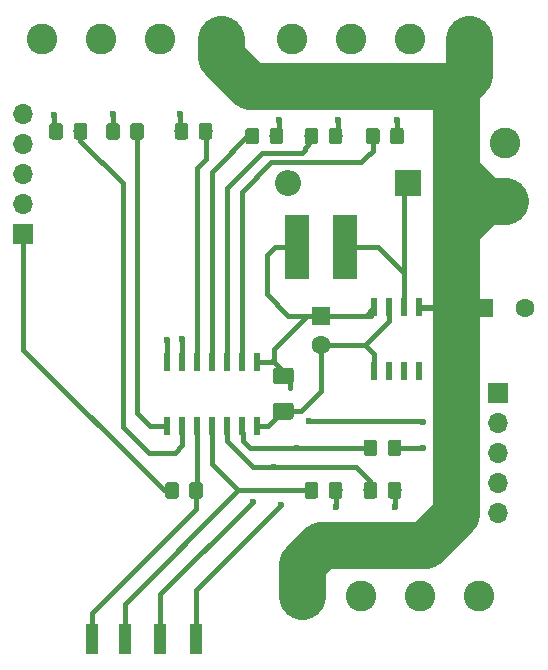
<source format=gbr>
G04 #@! TF.GenerationSoftware,KiCad,Pcbnew,5.0.1*
G04 #@! TF.CreationDate,2019-01-05T16:33:48+01:00*
G04 #@! TF.ProjectId,sensor_board-led,73656E736F725F626F6172642D6C6564,V1.2*
G04 #@! TF.SameCoordinates,Original*
G04 #@! TF.FileFunction,Copper,L1,Top,Signal*
G04 #@! TF.FilePolarity,Positive*
%FSLAX46Y46*%
G04 Gerber Fmt 4.6, Leading zero omitted, Abs format (unit mm)*
G04 Created by KiCad (PCBNEW 5.0.1) date Sat 05 Jan 2019 04:33:48 PM CET*
%MOMM*%
%LPD*%
G01*
G04 APERTURE LIST*
G04 #@! TA.AperFunction,ComponentPad*
%ADD10C,1.600000*%
G04 #@! TD*
G04 #@! TA.AperFunction,ComponentPad*
%ADD11R,1.600000X1.600000*%
G04 #@! TD*
G04 #@! TA.AperFunction,SMDPad,CuDef*
%ADD12R,1.000000X2.510000*%
G04 #@! TD*
G04 #@! TA.AperFunction,SMDPad,CuDef*
%ADD13R,0.600000X1.550000*%
G04 #@! TD*
G04 #@! TA.AperFunction,ComponentPad*
%ADD14O,1.700000X1.700000*%
G04 #@! TD*
G04 #@! TA.AperFunction,ComponentPad*
%ADD15R,1.700000X1.700000*%
G04 #@! TD*
G04 #@! TA.AperFunction,Conductor*
%ADD16C,0.100000*%
G04 #@! TD*
G04 #@! TA.AperFunction,SMDPad,CuDef*
%ADD17C,1.425000*%
G04 #@! TD*
G04 #@! TA.AperFunction,ComponentPad*
%ADD18C,2.600000*%
G04 #@! TD*
G04 #@! TA.AperFunction,ComponentPad*
%ADD19R,2.600000X2.600000*%
G04 #@! TD*
G04 #@! TA.AperFunction,SMDPad,CuDef*
%ADD20R,0.600000X1.500000*%
G04 #@! TD*
G04 #@! TA.AperFunction,SMDPad,CuDef*
%ADD21C,1.150000*%
G04 #@! TD*
G04 #@! TA.AperFunction,SMDPad,CuDef*
%ADD22R,2.150000X5.500000*%
G04 #@! TD*
G04 #@! TA.AperFunction,ComponentPad*
%ADD23R,2.200000X2.200000*%
G04 #@! TD*
G04 #@! TA.AperFunction,ComponentPad*
%ADD24O,2.200000X2.200000*%
G04 #@! TD*
G04 #@! TA.AperFunction,ViaPad*
%ADD25C,0.600000*%
G04 #@! TD*
G04 #@! TA.AperFunction,Conductor*
%ADD26C,0.400000*%
G04 #@! TD*
G04 #@! TA.AperFunction,Conductor*
%ADD27C,3.000000*%
G04 #@! TD*
G04 #@! TA.AperFunction,Conductor*
%ADD28C,4.000000*%
G04 #@! TD*
G04 APERTURE END LIST*
D10*
G04 #@! TO.P,C1,2*
G04 #@! TO.N,GND*
X73783000Y-49631600D03*
D11*
G04 #@! TO.P,C1,1*
G04 #@! TO.N,+12V*
X70283000Y-49631600D03*
G04 #@! TD*
D12*
G04 #@! TO.P,J2,1*
G04 #@! TO.N,Net-(J2-Pad1)*
X37083000Y-77631600D03*
G04 #@! TO.P,J2,3*
G04 #@! TO.N,Net-(J2-Pad3)*
X42883000Y-77631600D03*
G04 #@! TO.P,J2,2*
G04 #@! TO.N,Net-(J2-Pad2)*
X39883000Y-77631600D03*
G04 #@! TO.P,J2,4*
G04 #@! TO.N,Net-(J2-Pad4)*
X45883000Y-77631600D03*
G04 #@! TD*
D13*
G04 #@! TO.P,U2,1*
G04 #@! TO.N,+12V*
X64788000Y-49531600D03*
G04 #@! TO.P,U2,2*
G04 #@! TO.N,Net-(D1-Pad1)*
X63518000Y-49531600D03*
G04 #@! TO.P,U2,3*
G04 #@! TO.N,GND*
X62248000Y-49531600D03*
G04 #@! TO.P,U2,4*
G04 #@! TO.N,+3V3*
X60978000Y-49531600D03*
G04 #@! TO.P,U2,5*
G04 #@! TO.N,GND*
X60978000Y-54931600D03*
G04 #@! TO.P,U2,6*
G04 #@! TO.N,N/C*
X62248000Y-54931600D03*
G04 #@! TO.P,U2,7*
X63518000Y-54931600D03*
G04 #@! TO.P,U2,8*
X64788000Y-54931600D03*
G04 #@! TD*
D11*
G04 #@! TO.P,C2,1*
G04 #@! TO.N,+3V3*
X56483000Y-50231600D03*
D10*
G04 #@! TO.P,C2,2*
G04 #@! TO.N,GND*
X56483000Y-52731600D03*
G04 #@! TD*
D14*
G04 #@! TO.P,J3,5*
G04 #@! TO.N,TxD*
X31254700Y-33197800D03*
G04 #@! TO.P,J3,4*
G04 #@! TO.N,RxD*
X31254700Y-35737800D03*
G04 #@! TO.P,J3,3*
G04 #@! TO.N,GND*
X31254700Y-38277800D03*
G04 #@! TO.P,J3,2*
G04 #@! TO.N,N/C*
X31254700Y-40817800D03*
D15*
G04 #@! TO.P,J3,1*
G04 #@! TO.N,+3V3*
X31254700Y-43357800D03*
G04 #@! TD*
G04 #@! TO.P,J4,1*
G04 #@! TO.N,+3V3*
X71437500Y-56769000D03*
D14*
G04 #@! TO.P,J4,2*
G04 #@! TO.N,N/C*
X71437500Y-59309000D03*
G04 #@! TO.P,J4,3*
G04 #@! TO.N,GND*
X71437500Y-61849000D03*
G04 #@! TO.P,J4,4*
G04 #@! TO.N,N/C*
X71437500Y-64389000D03*
G04 #@! TO.P,J4,5*
X71437500Y-66929000D03*
G04 #@! TD*
D16*
G04 #@! TO.N,GND*
G04 #@! TO.C,C7*
G36*
X53932504Y-57607804D02*
X53956773Y-57611404D01*
X53980571Y-57617365D01*
X54003671Y-57625630D01*
X54025849Y-57636120D01*
X54046893Y-57648733D01*
X54066598Y-57663347D01*
X54084777Y-57679823D01*
X54101253Y-57698002D01*
X54115867Y-57717707D01*
X54128480Y-57738751D01*
X54138970Y-57760929D01*
X54147235Y-57784029D01*
X54153196Y-57807827D01*
X54156796Y-57832096D01*
X54158000Y-57856600D01*
X54158000Y-58781600D01*
X54156796Y-58806104D01*
X54153196Y-58830373D01*
X54147235Y-58854171D01*
X54138970Y-58877271D01*
X54128480Y-58899449D01*
X54115867Y-58920493D01*
X54101253Y-58940198D01*
X54084777Y-58958377D01*
X54066598Y-58974853D01*
X54046893Y-58989467D01*
X54025849Y-59002080D01*
X54003671Y-59012570D01*
X53980571Y-59020835D01*
X53956773Y-59026796D01*
X53932504Y-59030396D01*
X53908000Y-59031600D01*
X52658000Y-59031600D01*
X52633496Y-59030396D01*
X52609227Y-59026796D01*
X52585429Y-59020835D01*
X52562329Y-59012570D01*
X52540151Y-59002080D01*
X52519107Y-58989467D01*
X52499402Y-58974853D01*
X52481223Y-58958377D01*
X52464747Y-58940198D01*
X52450133Y-58920493D01*
X52437520Y-58899449D01*
X52427030Y-58877271D01*
X52418765Y-58854171D01*
X52412804Y-58830373D01*
X52409204Y-58806104D01*
X52408000Y-58781600D01*
X52408000Y-57856600D01*
X52409204Y-57832096D01*
X52412804Y-57807827D01*
X52418765Y-57784029D01*
X52427030Y-57760929D01*
X52437520Y-57738751D01*
X52450133Y-57717707D01*
X52464747Y-57698002D01*
X52481223Y-57679823D01*
X52499402Y-57663347D01*
X52519107Y-57648733D01*
X52540151Y-57636120D01*
X52562329Y-57625630D01*
X52585429Y-57617365D01*
X52609227Y-57611404D01*
X52633496Y-57607804D01*
X52658000Y-57606600D01*
X53908000Y-57606600D01*
X53932504Y-57607804D01*
X53932504Y-57607804D01*
G37*
D17*
G04 #@! TD*
G04 #@! TO.P,C7,1*
G04 #@! TO.N,GND*
X53283000Y-58319100D03*
D16*
G04 #@! TO.N,+3V3*
G04 #@! TO.C,C7*
G36*
X53932504Y-54632804D02*
X53956773Y-54636404D01*
X53980571Y-54642365D01*
X54003671Y-54650630D01*
X54025849Y-54661120D01*
X54046893Y-54673733D01*
X54066598Y-54688347D01*
X54084777Y-54704823D01*
X54101253Y-54723002D01*
X54115867Y-54742707D01*
X54128480Y-54763751D01*
X54138970Y-54785929D01*
X54147235Y-54809029D01*
X54153196Y-54832827D01*
X54156796Y-54857096D01*
X54158000Y-54881600D01*
X54158000Y-55806600D01*
X54156796Y-55831104D01*
X54153196Y-55855373D01*
X54147235Y-55879171D01*
X54138970Y-55902271D01*
X54128480Y-55924449D01*
X54115867Y-55945493D01*
X54101253Y-55965198D01*
X54084777Y-55983377D01*
X54066598Y-55999853D01*
X54046893Y-56014467D01*
X54025849Y-56027080D01*
X54003671Y-56037570D01*
X53980571Y-56045835D01*
X53956773Y-56051796D01*
X53932504Y-56055396D01*
X53908000Y-56056600D01*
X52658000Y-56056600D01*
X52633496Y-56055396D01*
X52609227Y-56051796D01*
X52585429Y-56045835D01*
X52562329Y-56037570D01*
X52540151Y-56027080D01*
X52519107Y-56014467D01*
X52499402Y-55999853D01*
X52481223Y-55983377D01*
X52464747Y-55965198D01*
X52450133Y-55945493D01*
X52437520Y-55924449D01*
X52427030Y-55902271D01*
X52418765Y-55879171D01*
X52412804Y-55855373D01*
X52409204Y-55831104D01*
X52408000Y-55806600D01*
X52408000Y-54881600D01*
X52409204Y-54857096D01*
X52412804Y-54832827D01*
X52418765Y-54809029D01*
X52427030Y-54785929D01*
X52437520Y-54763751D01*
X52450133Y-54742707D01*
X52464747Y-54723002D01*
X52481223Y-54704823D01*
X52499402Y-54688347D01*
X52519107Y-54673733D01*
X52540151Y-54661120D01*
X52562329Y-54650630D01*
X52585429Y-54642365D01*
X52609227Y-54636404D01*
X52633496Y-54632804D01*
X52658000Y-54631600D01*
X53908000Y-54631600D01*
X53932504Y-54632804D01*
X53932504Y-54632804D01*
G37*
D17*
G04 #@! TD*
G04 #@! TO.P,C7,2*
G04 #@! TO.N,+3V3*
X53283000Y-55344100D03*
D18*
G04 #@! TO.P,J1,2*
G04 #@! TO.N,GND*
X72083000Y-35631600D03*
D19*
G04 #@! TO.P,J1,1*
G04 #@! TO.N,+12V*
X72083000Y-40631600D03*
G04 #@! TD*
G04 #@! TO.P,J5,1*
G04 #@! TO.N,+12V*
X54880900Y-73931600D03*
D18*
G04 #@! TO.P,J5,2*
G04 #@! TO.N,Net-(J5-Pad2)*
X59880900Y-73931600D03*
G04 #@! TO.P,J5,3*
G04 #@! TO.N,Net-(J5-Pad3)*
X64880900Y-73931600D03*
G04 #@! TO.P,J5,4*
G04 #@! TO.N,Net-(J5-Pad4)*
X69880900Y-73931600D03*
G04 #@! TD*
G04 #@! TO.P,J6,4*
G04 #@! TO.N,Net-(J6-Pad4)*
X53983000Y-26831600D03*
G04 #@! TO.P,J6,3*
G04 #@! TO.N,Net-(J6-Pad3)*
X58983000Y-26831600D03*
G04 #@! TO.P,J6,2*
G04 #@! TO.N,Net-(J6-Pad2)*
X63983000Y-26831600D03*
D19*
G04 #@! TO.P,J6,1*
G04 #@! TO.N,+12V*
X68983000Y-26831600D03*
G04 #@! TD*
G04 #@! TO.P,J9,1*
G04 #@! TO.N,+12V*
X47883000Y-26831600D03*
D18*
G04 #@! TO.P,J9,2*
G04 #@! TO.N,Net-(J9-Pad2)*
X42883000Y-26831600D03*
G04 #@! TO.P,J9,3*
G04 #@! TO.N,Net-(J9-Pad3)*
X37883000Y-26831600D03*
G04 #@! TO.P,J9,4*
G04 #@! TO.N,Net-(J9-Pad4)*
X32883000Y-26831600D03*
G04 #@! TD*
D20*
G04 #@! TO.P,U1,1*
G04 #@! TO.N,+3V3*
X51043000Y-54181600D03*
G04 #@! TO.P,U1,2*
G04 #@! TO.N,Net-(R10-Pad1)*
X49773000Y-54181600D03*
G04 #@! TO.P,U1,3*
G04 #@! TO.N,Net-(R9-Pad1)*
X48503000Y-54181600D03*
G04 #@! TO.P,U1,4*
G04 #@! TO.N,Net-(R8-Pad1)*
X47233000Y-54181600D03*
G04 #@! TO.P,U1,5*
G04 #@! TO.N,Net-(R7-Pad1)*
X45963000Y-54181600D03*
G04 #@! TO.P,U1,6*
G04 #@! TO.N,TxD*
X44693000Y-54181600D03*
G04 #@! TO.P,U1,7*
G04 #@! TO.N,RxD*
X43423000Y-54181600D03*
G04 #@! TO.P,U1,8*
G04 #@! TO.N,Net-(R6-Pad1)*
X43423000Y-59581600D03*
G04 #@! TO.P,U1,9*
G04 #@! TO.N,Net-(R5-Pad1)*
X44693000Y-59581600D03*
G04 #@! TO.P,U1,10*
G04 #@! TO.N,Net-(J2-Pad1)*
X45963000Y-59581600D03*
G04 #@! TO.P,U1,11*
G04 #@! TO.N,Net-(J2-Pad2)*
X47233000Y-59581600D03*
G04 #@! TO.P,U1,12*
G04 #@! TO.N,Net-(J2-Pad3)*
X48503000Y-59581600D03*
G04 #@! TO.P,U1,13*
G04 #@! TO.N,Net-(J2-Pad4)*
X49773000Y-59581600D03*
G04 #@! TO.P,U1,14*
G04 #@! TO.N,GND*
X51043000Y-59581600D03*
G04 #@! TD*
D16*
G04 #@! TO.N,Net-(J2-Pad1)*
G04 #@! TO.C,R1*
G36*
X46257505Y-64332804D02*
X46281773Y-64336404D01*
X46305572Y-64342365D01*
X46328671Y-64350630D01*
X46350850Y-64361120D01*
X46371893Y-64373732D01*
X46391599Y-64388347D01*
X46409777Y-64404823D01*
X46426253Y-64423001D01*
X46440868Y-64442707D01*
X46453480Y-64463750D01*
X46463970Y-64485929D01*
X46472235Y-64509028D01*
X46478196Y-64532827D01*
X46481796Y-64557095D01*
X46483000Y-64581599D01*
X46483000Y-65481601D01*
X46481796Y-65506105D01*
X46478196Y-65530373D01*
X46472235Y-65554172D01*
X46463970Y-65577271D01*
X46453480Y-65599450D01*
X46440868Y-65620493D01*
X46426253Y-65640199D01*
X46409777Y-65658377D01*
X46391599Y-65674853D01*
X46371893Y-65689468D01*
X46350850Y-65702080D01*
X46328671Y-65712570D01*
X46305572Y-65720835D01*
X46281773Y-65726796D01*
X46257505Y-65730396D01*
X46233001Y-65731600D01*
X45582999Y-65731600D01*
X45558495Y-65730396D01*
X45534227Y-65726796D01*
X45510428Y-65720835D01*
X45487329Y-65712570D01*
X45465150Y-65702080D01*
X45444107Y-65689468D01*
X45424401Y-65674853D01*
X45406223Y-65658377D01*
X45389747Y-65640199D01*
X45375132Y-65620493D01*
X45362520Y-65599450D01*
X45352030Y-65577271D01*
X45343765Y-65554172D01*
X45337804Y-65530373D01*
X45334204Y-65506105D01*
X45333000Y-65481601D01*
X45333000Y-64581599D01*
X45334204Y-64557095D01*
X45337804Y-64532827D01*
X45343765Y-64509028D01*
X45352030Y-64485929D01*
X45362520Y-64463750D01*
X45375132Y-64442707D01*
X45389747Y-64423001D01*
X45406223Y-64404823D01*
X45424401Y-64388347D01*
X45444107Y-64373732D01*
X45465150Y-64361120D01*
X45487329Y-64350630D01*
X45510428Y-64342365D01*
X45534227Y-64336404D01*
X45558495Y-64332804D01*
X45582999Y-64331600D01*
X46233001Y-64331600D01*
X46257505Y-64332804D01*
X46257505Y-64332804D01*
G37*
D21*
G04 #@! TD*
G04 #@! TO.P,R1,1*
G04 #@! TO.N,Net-(J2-Pad1)*
X45908000Y-65031600D03*
D16*
G04 #@! TO.N,+3V3*
G04 #@! TO.C,R1*
G36*
X44207505Y-64332804D02*
X44231773Y-64336404D01*
X44255572Y-64342365D01*
X44278671Y-64350630D01*
X44300850Y-64361120D01*
X44321893Y-64373732D01*
X44341599Y-64388347D01*
X44359777Y-64404823D01*
X44376253Y-64423001D01*
X44390868Y-64442707D01*
X44403480Y-64463750D01*
X44413970Y-64485929D01*
X44422235Y-64509028D01*
X44428196Y-64532827D01*
X44431796Y-64557095D01*
X44433000Y-64581599D01*
X44433000Y-65481601D01*
X44431796Y-65506105D01*
X44428196Y-65530373D01*
X44422235Y-65554172D01*
X44413970Y-65577271D01*
X44403480Y-65599450D01*
X44390868Y-65620493D01*
X44376253Y-65640199D01*
X44359777Y-65658377D01*
X44341599Y-65674853D01*
X44321893Y-65689468D01*
X44300850Y-65702080D01*
X44278671Y-65712570D01*
X44255572Y-65720835D01*
X44231773Y-65726796D01*
X44207505Y-65730396D01*
X44183001Y-65731600D01*
X43532999Y-65731600D01*
X43508495Y-65730396D01*
X43484227Y-65726796D01*
X43460428Y-65720835D01*
X43437329Y-65712570D01*
X43415150Y-65702080D01*
X43394107Y-65689468D01*
X43374401Y-65674853D01*
X43356223Y-65658377D01*
X43339747Y-65640199D01*
X43325132Y-65620493D01*
X43312520Y-65599450D01*
X43302030Y-65577271D01*
X43293765Y-65554172D01*
X43287804Y-65530373D01*
X43284204Y-65506105D01*
X43283000Y-65481601D01*
X43283000Y-64581599D01*
X43284204Y-64557095D01*
X43287804Y-64532827D01*
X43293765Y-64509028D01*
X43302030Y-64485929D01*
X43312520Y-64463750D01*
X43325132Y-64442707D01*
X43339747Y-64423001D01*
X43356223Y-64404823D01*
X43374401Y-64388347D01*
X43394107Y-64373732D01*
X43415150Y-64361120D01*
X43437329Y-64350630D01*
X43460428Y-64342365D01*
X43484227Y-64336404D01*
X43508495Y-64332804D01*
X43532999Y-64331600D01*
X44183001Y-64331600D01*
X44207505Y-64332804D01*
X44207505Y-64332804D01*
G37*
D21*
G04 #@! TD*
G04 #@! TO.P,R1,2*
G04 #@! TO.N,+3V3*
X43858000Y-65031600D03*
D22*
G04 #@! TO.P,L1,1*
G04 #@! TO.N,+3V3*
X54483000Y-44431600D03*
G04 #@! TO.P,L1,2*
G04 #@! TO.N,Net-(D1-Pad1)*
X58483000Y-44431600D03*
G04 #@! TD*
D23*
G04 #@! TO.P,D1,1*
G04 #@! TO.N,Net-(D1-Pad1)*
X63883000Y-39031600D03*
D24*
G04 #@! TO.P,D1,2*
G04 #@! TO.N,GND*
X53723000Y-39031600D03*
G04 #@! TD*
D16*
G04 #@! TO.N,Net-(Q3-Pad2)*
G04 #@! TO.C,R2*
G36*
X63057505Y-60732804D02*
X63081773Y-60736404D01*
X63105572Y-60742365D01*
X63128671Y-60750630D01*
X63150850Y-60761120D01*
X63171893Y-60773732D01*
X63191599Y-60788347D01*
X63209777Y-60804823D01*
X63226253Y-60823001D01*
X63240868Y-60842707D01*
X63253480Y-60863750D01*
X63263970Y-60885929D01*
X63272235Y-60909028D01*
X63278196Y-60932827D01*
X63281796Y-60957095D01*
X63283000Y-60981599D01*
X63283000Y-61881601D01*
X63281796Y-61906105D01*
X63278196Y-61930373D01*
X63272235Y-61954172D01*
X63263970Y-61977271D01*
X63253480Y-61999450D01*
X63240868Y-62020493D01*
X63226253Y-62040199D01*
X63209777Y-62058377D01*
X63191599Y-62074853D01*
X63171893Y-62089468D01*
X63150850Y-62102080D01*
X63128671Y-62112570D01*
X63105572Y-62120835D01*
X63081773Y-62126796D01*
X63057505Y-62130396D01*
X63033001Y-62131600D01*
X62382999Y-62131600D01*
X62358495Y-62130396D01*
X62334227Y-62126796D01*
X62310428Y-62120835D01*
X62287329Y-62112570D01*
X62265150Y-62102080D01*
X62244107Y-62089468D01*
X62224401Y-62074853D01*
X62206223Y-62058377D01*
X62189747Y-62040199D01*
X62175132Y-62020493D01*
X62162520Y-61999450D01*
X62152030Y-61977271D01*
X62143765Y-61954172D01*
X62137804Y-61930373D01*
X62134204Y-61906105D01*
X62133000Y-61881601D01*
X62133000Y-60981599D01*
X62134204Y-60957095D01*
X62137804Y-60932827D01*
X62143765Y-60909028D01*
X62152030Y-60885929D01*
X62162520Y-60863750D01*
X62175132Y-60842707D01*
X62189747Y-60823001D01*
X62206223Y-60804823D01*
X62224401Y-60788347D01*
X62244107Y-60773732D01*
X62265150Y-60761120D01*
X62287329Y-60750630D01*
X62310428Y-60742365D01*
X62334227Y-60736404D01*
X62358495Y-60732804D01*
X62382999Y-60731600D01*
X63033001Y-60731600D01*
X63057505Y-60732804D01*
X63057505Y-60732804D01*
G37*
D21*
G04 #@! TD*
G04 #@! TO.P,R2,2*
G04 #@! TO.N,Net-(Q3-Pad2)*
X62708000Y-61431600D03*
D16*
G04 #@! TO.N,Net-(J2-Pad4)*
G04 #@! TO.C,R2*
G36*
X61007505Y-60732804D02*
X61031773Y-60736404D01*
X61055572Y-60742365D01*
X61078671Y-60750630D01*
X61100850Y-60761120D01*
X61121893Y-60773732D01*
X61141599Y-60788347D01*
X61159777Y-60804823D01*
X61176253Y-60823001D01*
X61190868Y-60842707D01*
X61203480Y-60863750D01*
X61213970Y-60885929D01*
X61222235Y-60909028D01*
X61228196Y-60932827D01*
X61231796Y-60957095D01*
X61233000Y-60981599D01*
X61233000Y-61881601D01*
X61231796Y-61906105D01*
X61228196Y-61930373D01*
X61222235Y-61954172D01*
X61213970Y-61977271D01*
X61203480Y-61999450D01*
X61190868Y-62020493D01*
X61176253Y-62040199D01*
X61159777Y-62058377D01*
X61141599Y-62074853D01*
X61121893Y-62089468D01*
X61100850Y-62102080D01*
X61078671Y-62112570D01*
X61055572Y-62120835D01*
X61031773Y-62126796D01*
X61007505Y-62130396D01*
X60983001Y-62131600D01*
X60332999Y-62131600D01*
X60308495Y-62130396D01*
X60284227Y-62126796D01*
X60260428Y-62120835D01*
X60237329Y-62112570D01*
X60215150Y-62102080D01*
X60194107Y-62089468D01*
X60174401Y-62074853D01*
X60156223Y-62058377D01*
X60139747Y-62040199D01*
X60125132Y-62020493D01*
X60112520Y-61999450D01*
X60102030Y-61977271D01*
X60093765Y-61954172D01*
X60087804Y-61930373D01*
X60084204Y-61906105D01*
X60083000Y-61881601D01*
X60083000Y-60981599D01*
X60084204Y-60957095D01*
X60087804Y-60932827D01*
X60093765Y-60909028D01*
X60102030Y-60885929D01*
X60112520Y-60863750D01*
X60125132Y-60842707D01*
X60139747Y-60823001D01*
X60156223Y-60804823D01*
X60174401Y-60788347D01*
X60194107Y-60773732D01*
X60215150Y-60761120D01*
X60237329Y-60750630D01*
X60260428Y-60742365D01*
X60284227Y-60736404D01*
X60308495Y-60732804D01*
X60332999Y-60731600D01*
X60983001Y-60731600D01*
X61007505Y-60732804D01*
X61007505Y-60732804D01*
G37*
D21*
G04 #@! TD*
G04 #@! TO.P,R2,1*
G04 #@! TO.N,Net-(J2-Pad4)*
X60658000Y-61431600D03*
D16*
G04 #@! TO.N,Net-(J2-Pad3)*
G04 #@! TO.C,R3*
G36*
X61007505Y-64332804D02*
X61031773Y-64336404D01*
X61055572Y-64342365D01*
X61078671Y-64350630D01*
X61100850Y-64361120D01*
X61121893Y-64373732D01*
X61141599Y-64388347D01*
X61159777Y-64404823D01*
X61176253Y-64423001D01*
X61190868Y-64442707D01*
X61203480Y-64463750D01*
X61213970Y-64485929D01*
X61222235Y-64509028D01*
X61228196Y-64532827D01*
X61231796Y-64557095D01*
X61233000Y-64581599D01*
X61233000Y-65481601D01*
X61231796Y-65506105D01*
X61228196Y-65530373D01*
X61222235Y-65554172D01*
X61213970Y-65577271D01*
X61203480Y-65599450D01*
X61190868Y-65620493D01*
X61176253Y-65640199D01*
X61159777Y-65658377D01*
X61141599Y-65674853D01*
X61121893Y-65689468D01*
X61100850Y-65702080D01*
X61078671Y-65712570D01*
X61055572Y-65720835D01*
X61031773Y-65726796D01*
X61007505Y-65730396D01*
X60983001Y-65731600D01*
X60332999Y-65731600D01*
X60308495Y-65730396D01*
X60284227Y-65726796D01*
X60260428Y-65720835D01*
X60237329Y-65712570D01*
X60215150Y-65702080D01*
X60194107Y-65689468D01*
X60174401Y-65674853D01*
X60156223Y-65658377D01*
X60139747Y-65640199D01*
X60125132Y-65620493D01*
X60112520Y-65599450D01*
X60102030Y-65577271D01*
X60093765Y-65554172D01*
X60087804Y-65530373D01*
X60084204Y-65506105D01*
X60083000Y-65481601D01*
X60083000Y-64581599D01*
X60084204Y-64557095D01*
X60087804Y-64532827D01*
X60093765Y-64509028D01*
X60102030Y-64485929D01*
X60112520Y-64463750D01*
X60125132Y-64442707D01*
X60139747Y-64423001D01*
X60156223Y-64404823D01*
X60174401Y-64388347D01*
X60194107Y-64373732D01*
X60215150Y-64361120D01*
X60237329Y-64350630D01*
X60260428Y-64342365D01*
X60284227Y-64336404D01*
X60308495Y-64332804D01*
X60332999Y-64331600D01*
X60983001Y-64331600D01*
X61007505Y-64332804D01*
X61007505Y-64332804D01*
G37*
D21*
G04 #@! TD*
G04 #@! TO.P,R3,1*
G04 #@! TO.N,Net-(J2-Pad3)*
X60658000Y-65031600D03*
D16*
G04 #@! TO.N,Net-(Q2-Pad2)*
G04 #@! TO.C,R3*
G36*
X63057505Y-64332804D02*
X63081773Y-64336404D01*
X63105572Y-64342365D01*
X63128671Y-64350630D01*
X63150850Y-64361120D01*
X63171893Y-64373732D01*
X63191599Y-64388347D01*
X63209777Y-64404823D01*
X63226253Y-64423001D01*
X63240868Y-64442707D01*
X63253480Y-64463750D01*
X63263970Y-64485929D01*
X63272235Y-64509028D01*
X63278196Y-64532827D01*
X63281796Y-64557095D01*
X63283000Y-64581599D01*
X63283000Y-65481601D01*
X63281796Y-65506105D01*
X63278196Y-65530373D01*
X63272235Y-65554172D01*
X63263970Y-65577271D01*
X63253480Y-65599450D01*
X63240868Y-65620493D01*
X63226253Y-65640199D01*
X63209777Y-65658377D01*
X63191599Y-65674853D01*
X63171893Y-65689468D01*
X63150850Y-65702080D01*
X63128671Y-65712570D01*
X63105572Y-65720835D01*
X63081773Y-65726796D01*
X63057505Y-65730396D01*
X63033001Y-65731600D01*
X62382999Y-65731600D01*
X62358495Y-65730396D01*
X62334227Y-65726796D01*
X62310428Y-65720835D01*
X62287329Y-65712570D01*
X62265150Y-65702080D01*
X62244107Y-65689468D01*
X62224401Y-65674853D01*
X62206223Y-65658377D01*
X62189747Y-65640199D01*
X62175132Y-65620493D01*
X62162520Y-65599450D01*
X62152030Y-65577271D01*
X62143765Y-65554172D01*
X62137804Y-65530373D01*
X62134204Y-65506105D01*
X62133000Y-65481601D01*
X62133000Y-64581599D01*
X62134204Y-64557095D01*
X62137804Y-64532827D01*
X62143765Y-64509028D01*
X62152030Y-64485929D01*
X62162520Y-64463750D01*
X62175132Y-64442707D01*
X62189747Y-64423001D01*
X62206223Y-64404823D01*
X62224401Y-64388347D01*
X62244107Y-64373732D01*
X62265150Y-64361120D01*
X62287329Y-64350630D01*
X62310428Y-64342365D01*
X62334227Y-64336404D01*
X62358495Y-64332804D01*
X62382999Y-64331600D01*
X63033001Y-64331600D01*
X63057505Y-64332804D01*
X63057505Y-64332804D01*
G37*
D21*
G04 #@! TD*
G04 #@! TO.P,R3,2*
G04 #@! TO.N,Net-(Q2-Pad2)*
X62708000Y-65031600D03*
D16*
G04 #@! TO.N,Net-(Q1-Pad2)*
G04 #@! TO.C,R4*
G36*
X58057505Y-64332804D02*
X58081773Y-64336404D01*
X58105572Y-64342365D01*
X58128671Y-64350630D01*
X58150850Y-64361120D01*
X58171893Y-64373732D01*
X58191599Y-64388347D01*
X58209777Y-64404823D01*
X58226253Y-64423001D01*
X58240868Y-64442707D01*
X58253480Y-64463750D01*
X58263970Y-64485929D01*
X58272235Y-64509028D01*
X58278196Y-64532827D01*
X58281796Y-64557095D01*
X58283000Y-64581599D01*
X58283000Y-65481601D01*
X58281796Y-65506105D01*
X58278196Y-65530373D01*
X58272235Y-65554172D01*
X58263970Y-65577271D01*
X58253480Y-65599450D01*
X58240868Y-65620493D01*
X58226253Y-65640199D01*
X58209777Y-65658377D01*
X58191599Y-65674853D01*
X58171893Y-65689468D01*
X58150850Y-65702080D01*
X58128671Y-65712570D01*
X58105572Y-65720835D01*
X58081773Y-65726796D01*
X58057505Y-65730396D01*
X58033001Y-65731600D01*
X57382999Y-65731600D01*
X57358495Y-65730396D01*
X57334227Y-65726796D01*
X57310428Y-65720835D01*
X57287329Y-65712570D01*
X57265150Y-65702080D01*
X57244107Y-65689468D01*
X57224401Y-65674853D01*
X57206223Y-65658377D01*
X57189747Y-65640199D01*
X57175132Y-65620493D01*
X57162520Y-65599450D01*
X57152030Y-65577271D01*
X57143765Y-65554172D01*
X57137804Y-65530373D01*
X57134204Y-65506105D01*
X57133000Y-65481601D01*
X57133000Y-64581599D01*
X57134204Y-64557095D01*
X57137804Y-64532827D01*
X57143765Y-64509028D01*
X57152030Y-64485929D01*
X57162520Y-64463750D01*
X57175132Y-64442707D01*
X57189747Y-64423001D01*
X57206223Y-64404823D01*
X57224401Y-64388347D01*
X57244107Y-64373732D01*
X57265150Y-64361120D01*
X57287329Y-64350630D01*
X57310428Y-64342365D01*
X57334227Y-64336404D01*
X57358495Y-64332804D01*
X57382999Y-64331600D01*
X58033001Y-64331600D01*
X58057505Y-64332804D01*
X58057505Y-64332804D01*
G37*
D21*
G04 #@! TD*
G04 #@! TO.P,R4,2*
G04 #@! TO.N,Net-(Q1-Pad2)*
X57708000Y-65031600D03*
D16*
G04 #@! TO.N,Net-(J2-Pad2)*
G04 #@! TO.C,R4*
G36*
X56007505Y-64332804D02*
X56031773Y-64336404D01*
X56055572Y-64342365D01*
X56078671Y-64350630D01*
X56100850Y-64361120D01*
X56121893Y-64373732D01*
X56141599Y-64388347D01*
X56159777Y-64404823D01*
X56176253Y-64423001D01*
X56190868Y-64442707D01*
X56203480Y-64463750D01*
X56213970Y-64485929D01*
X56222235Y-64509028D01*
X56228196Y-64532827D01*
X56231796Y-64557095D01*
X56233000Y-64581599D01*
X56233000Y-65481601D01*
X56231796Y-65506105D01*
X56228196Y-65530373D01*
X56222235Y-65554172D01*
X56213970Y-65577271D01*
X56203480Y-65599450D01*
X56190868Y-65620493D01*
X56176253Y-65640199D01*
X56159777Y-65658377D01*
X56141599Y-65674853D01*
X56121893Y-65689468D01*
X56100850Y-65702080D01*
X56078671Y-65712570D01*
X56055572Y-65720835D01*
X56031773Y-65726796D01*
X56007505Y-65730396D01*
X55983001Y-65731600D01*
X55332999Y-65731600D01*
X55308495Y-65730396D01*
X55284227Y-65726796D01*
X55260428Y-65720835D01*
X55237329Y-65712570D01*
X55215150Y-65702080D01*
X55194107Y-65689468D01*
X55174401Y-65674853D01*
X55156223Y-65658377D01*
X55139747Y-65640199D01*
X55125132Y-65620493D01*
X55112520Y-65599450D01*
X55102030Y-65577271D01*
X55093765Y-65554172D01*
X55087804Y-65530373D01*
X55084204Y-65506105D01*
X55083000Y-65481601D01*
X55083000Y-64581599D01*
X55084204Y-64557095D01*
X55087804Y-64532827D01*
X55093765Y-64509028D01*
X55102030Y-64485929D01*
X55112520Y-64463750D01*
X55125132Y-64442707D01*
X55139747Y-64423001D01*
X55156223Y-64404823D01*
X55174401Y-64388347D01*
X55194107Y-64373732D01*
X55215150Y-64361120D01*
X55237329Y-64350630D01*
X55260428Y-64342365D01*
X55284227Y-64336404D01*
X55308495Y-64332804D01*
X55332999Y-64331600D01*
X55983001Y-64331600D01*
X56007505Y-64332804D01*
X56007505Y-64332804D01*
G37*
D21*
G04 #@! TD*
G04 #@! TO.P,R4,1*
G04 #@! TO.N,Net-(J2-Pad2)*
X55658000Y-65031600D03*
D16*
G04 #@! TO.N,Net-(R5-Pad1)*
G04 #@! TO.C,R5*
G36*
X36457505Y-33932804D02*
X36481773Y-33936404D01*
X36505572Y-33942365D01*
X36528671Y-33950630D01*
X36550850Y-33961120D01*
X36571893Y-33973732D01*
X36591599Y-33988347D01*
X36609777Y-34004823D01*
X36626253Y-34023001D01*
X36640868Y-34042707D01*
X36653480Y-34063750D01*
X36663970Y-34085929D01*
X36672235Y-34109028D01*
X36678196Y-34132827D01*
X36681796Y-34157095D01*
X36683000Y-34181599D01*
X36683000Y-35081601D01*
X36681796Y-35106105D01*
X36678196Y-35130373D01*
X36672235Y-35154172D01*
X36663970Y-35177271D01*
X36653480Y-35199450D01*
X36640868Y-35220493D01*
X36626253Y-35240199D01*
X36609777Y-35258377D01*
X36591599Y-35274853D01*
X36571893Y-35289468D01*
X36550850Y-35302080D01*
X36528671Y-35312570D01*
X36505572Y-35320835D01*
X36481773Y-35326796D01*
X36457505Y-35330396D01*
X36433001Y-35331600D01*
X35782999Y-35331600D01*
X35758495Y-35330396D01*
X35734227Y-35326796D01*
X35710428Y-35320835D01*
X35687329Y-35312570D01*
X35665150Y-35302080D01*
X35644107Y-35289468D01*
X35624401Y-35274853D01*
X35606223Y-35258377D01*
X35589747Y-35240199D01*
X35575132Y-35220493D01*
X35562520Y-35199450D01*
X35552030Y-35177271D01*
X35543765Y-35154172D01*
X35537804Y-35130373D01*
X35534204Y-35106105D01*
X35533000Y-35081601D01*
X35533000Y-34181599D01*
X35534204Y-34157095D01*
X35537804Y-34132827D01*
X35543765Y-34109028D01*
X35552030Y-34085929D01*
X35562520Y-34063750D01*
X35575132Y-34042707D01*
X35589747Y-34023001D01*
X35606223Y-34004823D01*
X35624401Y-33988347D01*
X35644107Y-33973732D01*
X35665150Y-33961120D01*
X35687329Y-33950630D01*
X35710428Y-33942365D01*
X35734227Y-33936404D01*
X35758495Y-33932804D01*
X35782999Y-33931600D01*
X36433001Y-33931600D01*
X36457505Y-33932804D01*
X36457505Y-33932804D01*
G37*
D21*
G04 #@! TD*
G04 #@! TO.P,R5,1*
G04 #@! TO.N,Net-(R5-Pad1)*
X36108000Y-34631600D03*
D16*
G04 #@! TO.N,Net-(Q10-Pad2)*
G04 #@! TO.C,R5*
G36*
X34407505Y-33932804D02*
X34431773Y-33936404D01*
X34455572Y-33942365D01*
X34478671Y-33950630D01*
X34500850Y-33961120D01*
X34521893Y-33973732D01*
X34541599Y-33988347D01*
X34559777Y-34004823D01*
X34576253Y-34023001D01*
X34590868Y-34042707D01*
X34603480Y-34063750D01*
X34613970Y-34085929D01*
X34622235Y-34109028D01*
X34628196Y-34132827D01*
X34631796Y-34157095D01*
X34633000Y-34181599D01*
X34633000Y-35081601D01*
X34631796Y-35106105D01*
X34628196Y-35130373D01*
X34622235Y-35154172D01*
X34613970Y-35177271D01*
X34603480Y-35199450D01*
X34590868Y-35220493D01*
X34576253Y-35240199D01*
X34559777Y-35258377D01*
X34541599Y-35274853D01*
X34521893Y-35289468D01*
X34500850Y-35302080D01*
X34478671Y-35312570D01*
X34455572Y-35320835D01*
X34431773Y-35326796D01*
X34407505Y-35330396D01*
X34383001Y-35331600D01*
X33732999Y-35331600D01*
X33708495Y-35330396D01*
X33684227Y-35326796D01*
X33660428Y-35320835D01*
X33637329Y-35312570D01*
X33615150Y-35302080D01*
X33594107Y-35289468D01*
X33574401Y-35274853D01*
X33556223Y-35258377D01*
X33539747Y-35240199D01*
X33525132Y-35220493D01*
X33512520Y-35199450D01*
X33502030Y-35177271D01*
X33493765Y-35154172D01*
X33487804Y-35130373D01*
X33484204Y-35106105D01*
X33483000Y-35081601D01*
X33483000Y-34181599D01*
X33484204Y-34157095D01*
X33487804Y-34132827D01*
X33493765Y-34109028D01*
X33502030Y-34085929D01*
X33512520Y-34063750D01*
X33525132Y-34042707D01*
X33539747Y-34023001D01*
X33556223Y-34004823D01*
X33574401Y-33988347D01*
X33594107Y-33973732D01*
X33615150Y-33961120D01*
X33637329Y-33950630D01*
X33660428Y-33942365D01*
X33684227Y-33936404D01*
X33708495Y-33932804D01*
X33732999Y-33931600D01*
X34383001Y-33931600D01*
X34407505Y-33932804D01*
X34407505Y-33932804D01*
G37*
D21*
G04 #@! TD*
G04 #@! TO.P,R5,2*
G04 #@! TO.N,Net-(Q10-Pad2)*
X34058000Y-34631600D03*
D16*
G04 #@! TO.N,Net-(Q11-Pad2)*
G04 #@! TO.C,R6*
G36*
X39207505Y-33932804D02*
X39231773Y-33936404D01*
X39255572Y-33942365D01*
X39278671Y-33950630D01*
X39300850Y-33961120D01*
X39321893Y-33973732D01*
X39341599Y-33988347D01*
X39359777Y-34004823D01*
X39376253Y-34023001D01*
X39390868Y-34042707D01*
X39403480Y-34063750D01*
X39413970Y-34085929D01*
X39422235Y-34109028D01*
X39428196Y-34132827D01*
X39431796Y-34157095D01*
X39433000Y-34181599D01*
X39433000Y-35081601D01*
X39431796Y-35106105D01*
X39428196Y-35130373D01*
X39422235Y-35154172D01*
X39413970Y-35177271D01*
X39403480Y-35199450D01*
X39390868Y-35220493D01*
X39376253Y-35240199D01*
X39359777Y-35258377D01*
X39341599Y-35274853D01*
X39321893Y-35289468D01*
X39300850Y-35302080D01*
X39278671Y-35312570D01*
X39255572Y-35320835D01*
X39231773Y-35326796D01*
X39207505Y-35330396D01*
X39183001Y-35331600D01*
X38532999Y-35331600D01*
X38508495Y-35330396D01*
X38484227Y-35326796D01*
X38460428Y-35320835D01*
X38437329Y-35312570D01*
X38415150Y-35302080D01*
X38394107Y-35289468D01*
X38374401Y-35274853D01*
X38356223Y-35258377D01*
X38339747Y-35240199D01*
X38325132Y-35220493D01*
X38312520Y-35199450D01*
X38302030Y-35177271D01*
X38293765Y-35154172D01*
X38287804Y-35130373D01*
X38284204Y-35106105D01*
X38283000Y-35081601D01*
X38283000Y-34181599D01*
X38284204Y-34157095D01*
X38287804Y-34132827D01*
X38293765Y-34109028D01*
X38302030Y-34085929D01*
X38312520Y-34063750D01*
X38325132Y-34042707D01*
X38339747Y-34023001D01*
X38356223Y-34004823D01*
X38374401Y-33988347D01*
X38394107Y-33973732D01*
X38415150Y-33961120D01*
X38437329Y-33950630D01*
X38460428Y-33942365D01*
X38484227Y-33936404D01*
X38508495Y-33932804D01*
X38532999Y-33931600D01*
X39183001Y-33931600D01*
X39207505Y-33932804D01*
X39207505Y-33932804D01*
G37*
D21*
G04 #@! TD*
G04 #@! TO.P,R6,2*
G04 #@! TO.N,Net-(Q11-Pad2)*
X38858000Y-34631600D03*
D16*
G04 #@! TO.N,Net-(R6-Pad1)*
G04 #@! TO.C,R6*
G36*
X41257505Y-33932804D02*
X41281773Y-33936404D01*
X41305572Y-33942365D01*
X41328671Y-33950630D01*
X41350850Y-33961120D01*
X41371893Y-33973732D01*
X41391599Y-33988347D01*
X41409777Y-34004823D01*
X41426253Y-34023001D01*
X41440868Y-34042707D01*
X41453480Y-34063750D01*
X41463970Y-34085929D01*
X41472235Y-34109028D01*
X41478196Y-34132827D01*
X41481796Y-34157095D01*
X41483000Y-34181599D01*
X41483000Y-35081601D01*
X41481796Y-35106105D01*
X41478196Y-35130373D01*
X41472235Y-35154172D01*
X41463970Y-35177271D01*
X41453480Y-35199450D01*
X41440868Y-35220493D01*
X41426253Y-35240199D01*
X41409777Y-35258377D01*
X41391599Y-35274853D01*
X41371893Y-35289468D01*
X41350850Y-35302080D01*
X41328671Y-35312570D01*
X41305572Y-35320835D01*
X41281773Y-35326796D01*
X41257505Y-35330396D01*
X41233001Y-35331600D01*
X40582999Y-35331600D01*
X40558495Y-35330396D01*
X40534227Y-35326796D01*
X40510428Y-35320835D01*
X40487329Y-35312570D01*
X40465150Y-35302080D01*
X40444107Y-35289468D01*
X40424401Y-35274853D01*
X40406223Y-35258377D01*
X40389747Y-35240199D01*
X40375132Y-35220493D01*
X40362520Y-35199450D01*
X40352030Y-35177271D01*
X40343765Y-35154172D01*
X40337804Y-35130373D01*
X40334204Y-35106105D01*
X40333000Y-35081601D01*
X40333000Y-34181599D01*
X40334204Y-34157095D01*
X40337804Y-34132827D01*
X40343765Y-34109028D01*
X40352030Y-34085929D01*
X40362520Y-34063750D01*
X40375132Y-34042707D01*
X40389747Y-34023001D01*
X40406223Y-34004823D01*
X40424401Y-33988347D01*
X40444107Y-33973732D01*
X40465150Y-33961120D01*
X40487329Y-33950630D01*
X40510428Y-33942365D01*
X40534227Y-33936404D01*
X40558495Y-33932804D01*
X40582999Y-33931600D01*
X41233001Y-33931600D01*
X41257505Y-33932804D01*
X41257505Y-33932804D01*
G37*
D21*
G04 #@! TD*
G04 #@! TO.P,R6,1*
G04 #@! TO.N,Net-(R6-Pad1)*
X40908000Y-34631600D03*
D16*
G04 #@! TO.N,Net-(R7-Pad1)*
G04 #@! TO.C,R7*
G36*
X47057505Y-33932804D02*
X47081773Y-33936404D01*
X47105572Y-33942365D01*
X47128671Y-33950630D01*
X47150850Y-33961120D01*
X47171893Y-33973732D01*
X47191599Y-33988347D01*
X47209777Y-34004823D01*
X47226253Y-34023001D01*
X47240868Y-34042707D01*
X47253480Y-34063750D01*
X47263970Y-34085929D01*
X47272235Y-34109028D01*
X47278196Y-34132827D01*
X47281796Y-34157095D01*
X47283000Y-34181599D01*
X47283000Y-35081601D01*
X47281796Y-35106105D01*
X47278196Y-35130373D01*
X47272235Y-35154172D01*
X47263970Y-35177271D01*
X47253480Y-35199450D01*
X47240868Y-35220493D01*
X47226253Y-35240199D01*
X47209777Y-35258377D01*
X47191599Y-35274853D01*
X47171893Y-35289468D01*
X47150850Y-35302080D01*
X47128671Y-35312570D01*
X47105572Y-35320835D01*
X47081773Y-35326796D01*
X47057505Y-35330396D01*
X47033001Y-35331600D01*
X46382999Y-35331600D01*
X46358495Y-35330396D01*
X46334227Y-35326796D01*
X46310428Y-35320835D01*
X46287329Y-35312570D01*
X46265150Y-35302080D01*
X46244107Y-35289468D01*
X46224401Y-35274853D01*
X46206223Y-35258377D01*
X46189747Y-35240199D01*
X46175132Y-35220493D01*
X46162520Y-35199450D01*
X46152030Y-35177271D01*
X46143765Y-35154172D01*
X46137804Y-35130373D01*
X46134204Y-35106105D01*
X46133000Y-35081601D01*
X46133000Y-34181599D01*
X46134204Y-34157095D01*
X46137804Y-34132827D01*
X46143765Y-34109028D01*
X46152030Y-34085929D01*
X46162520Y-34063750D01*
X46175132Y-34042707D01*
X46189747Y-34023001D01*
X46206223Y-34004823D01*
X46224401Y-33988347D01*
X46244107Y-33973732D01*
X46265150Y-33961120D01*
X46287329Y-33950630D01*
X46310428Y-33942365D01*
X46334227Y-33936404D01*
X46358495Y-33932804D01*
X46382999Y-33931600D01*
X47033001Y-33931600D01*
X47057505Y-33932804D01*
X47057505Y-33932804D01*
G37*
D21*
G04 #@! TD*
G04 #@! TO.P,R7,1*
G04 #@! TO.N,Net-(R7-Pad1)*
X46708000Y-34631600D03*
D16*
G04 #@! TO.N,Net-(Q12-Pad2)*
G04 #@! TO.C,R7*
G36*
X45007505Y-33932804D02*
X45031773Y-33936404D01*
X45055572Y-33942365D01*
X45078671Y-33950630D01*
X45100850Y-33961120D01*
X45121893Y-33973732D01*
X45141599Y-33988347D01*
X45159777Y-34004823D01*
X45176253Y-34023001D01*
X45190868Y-34042707D01*
X45203480Y-34063750D01*
X45213970Y-34085929D01*
X45222235Y-34109028D01*
X45228196Y-34132827D01*
X45231796Y-34157095D01*
X45233000Y-34181599D01*
X45233000Y-35081601D01*
X45231796Y-35106105D01*
X45228196Y-35130373D01*
X45222235Y-35154172D01*
X45213970Y-35177271D01*
X45203480Y-35199450D01*
X45190868Y-35220493D01*
X45176253Y-35240199D01*
X45159777Y-35258377D01*
X45141599Y-35274853D01*
X45121893Y-35289468D01*
X45100850Y-35302080D01*
X45078671Y-35312570D01*
X45055572Y-35320835D01*
X45031773Y-35326796D01*
X45007505Y-35330396D01*
X44983001Y-35331600D01*
X44332999Y-35331600D01*
X44308495Y-35330396D01*
X44284227Y-35326796D01*
X44260428Y-35320835D01*
X44237329Y-35312570D01*
X44215150Y-35302080D01*
X44194107Y-35289468D01*
X44174401Y-35274853D01*
X44156223Y-35258377D01*
X44139747Y-35240199D01*
X44125132Y-35220493D01*
X44112520Y-35199450D01*
X44102030Y-35177271D01*
X44093765Y-35154172D01*
X44087804Y-35130373D01*
X44084204Y-35106105D01*
X44083000Y-35081601D01*
X44083000Y-34181599D01*
X44084204Y-34157095D01*
X44087804Y-34132827D01*
X44093765Y-34109028D01*
X44102030Y-34085929D01*
X44112520Y-34063750D01*
X44125132Y-34042707D01*
X44139747Y-34023001D01*
X44156223Y-34004823D01*
X44174401Y-33988347D01*
X44194107Y-33973732D01*
X44215150Y-33961120D01*
X44237329Y-33950630D01*
X44260428Y-33942365D01*
X44284227Y-33936404D01*
X44308495Y-33932804D01*
X44332999Y-33931600D01*
X44983001Y-33931600D01*
X45007505Y-33932804D01*
X45007505Y-33932804D01*
G37*
D21*
G04 #@! TD*
G04 #@! TO.P,R7,2*
G04 #@! TO.N,Net-(Q12-Pad2)*
X44658000Y-34631600D03*
D16*
G04 #@! TO.N,Net-(Q6-Pad2)*
G04 #@! TO.C,R8*
G36*
X53057505Y-34332804D02*
X53081773Y-34336404D01*
X53105572Y-34342365D01*
X53128671Y-34350630D01*
X53150850Y-34361120D01*
X53171893Y-34373732D01*
X53191599Y-34388347D01*
X53209777Y-34404823D01*
X53226253Y-34423001D01*
X53240868Y-34442707D01*
X53253480Y-34463750D01*
X53263970Y-34485929D01*
X53272235Y-34509028D01*
X53278196Y-34532827D01*
X53281796Y-34557095D01*
X53283000Y-34581599D01*
X53283000Y-35481601D01*
X53281796Y-35506105D01*
X53278196Y-35530373D01*
X53272235Y-35554172D01*
X53263970Y-35577271D01*
X53253480Y-35599450D01*
X53240868Y-35620493D01*
X53226253Y-35640199D01*
X53209777Y-35658377D01*
X53191599Y-35674853D01*
X53171893Y-35689468D01*
X53150850Y-35702080D01*
X53128671Y-35712570D01*
X53105572Y-35720835D01*
X53081773Y-35726796D01*
X53057505Y-35730396D01*
X53033001Y-35731600D01*
X52382999Y-35731600D01*
X52358495Y-35730396D01*
X52334227Y-35726796D01*
X52310428Y-35720835D01*
X52287329Y-35712570D01*
X52265150Y-35702080D01*
X52244107Y-35689468D01*
X52224401Y-35674853D01*
X52206223Y-35658377D01*
X52189747Y-35640199D01*
X52175132Y-35620493D01*
X52162520Y-35599450D01*
X52152030Y-35577271D01*
X52143765Y-35554172D01*
X52137804Y-35530373D01*
X52134204Y-35506105D01*
X52133000Y-35481601D01*
X52133000Y-34581599D01*
X52134204Y-34557095D01*
X52137804Y-34532827D01*
X52143765Y-34509028D01*
X52152030Y-34485929D01*
X52162520Y-34463750D01*
X52175132Y-34442707D01*
X52189747Y-34423001D01*
X52206223Y-34404823D01*
X52224401Y-34388347D01*
X52244107Y-34373732D01*
X52265150Y-34361120D01*
X52287329Y-34350630D01*
X52310428Y-34342365D01*
X52334227Y-34336404D01*
X52358495Y-34332804D01*
X52382999Y-34331600D01*
X53033001Y-34331600D01*
X53057505Y-34332804D01*
X53057505Y-34332804D01*
G37*
D21*
G04 #@! TD*
G04 #@! TO.P,R8,2*
G04 #@! TO.N,Net-(Q6-Pad2)*
X52708000Y-35031600D03*
D16*
G04 #@! TO.N,Net-(R8-Pad1)*
G04 #@! TO.C,R8*
G36*
X51007505Y-34332804D02*
X51031773Y-34336404D01*
X51055572Y-34342365D01*
X51078671Y-34350630D01*
X51100850Y-34361120D01*
X51121893Y-34373732D01*
X51141599Y-34388347D01*
X51159777Y-34404823D01*
X51176253Y-34423001D01*
X51190868Y-34442707D01*
X51203480Y-34463750D01*
X51213970Y-34485929D01*
X51222235Y-34509028D01*
X51228196Y-34532827D01*
X51231796Y-34557095D01*
X51233000Y-34581599D01*
X51233000Y-35481601D01*
X51231796Y-35506105D01*
X51228196Y-35530373D01*
X51222235Y-35554172D01*
X51213970Y-35577271D01*
X51203480Y-35599450D01*
X51190868Y-35620493D01*
X51176253Y-35640199D01*
X51159777Y-35658377D01*
X51141599Y-35674853D01*
X51121893Y-35689468D01*
X51100850Y-35702080D01*
X51078671Y-35712570D01*
X51055572Y-35720835D01*
X51031773Y-35726796D01*
X51007505Y-35730396D01*
X50983001Y-35731600D01*
X50332999Y-35731600D01*
X50308495Y-35730396D01*
X50284227Y-35726796D01*
X50260428Y-35720835D01*
X50237329Y-35712570D01*
X50215150Y-35702080D01*
X50194107Y-35689468D01*
X50174401Y-35674853D01*
X50156223Y-35658377D01*
X50139747Y-35640199D01*
X50125132Y-35620493D01*
X50112520Y-35599450D01*
X50102030Y-35577271D01*
X50093765Y-35554172D01*
X50087804Y-35530373D01*
X50084204Y-35506105D01*
X50083000Y-35481601D01*
X50083000Y-34581599D01*
X50084204Y-34557095D01*
X50087804Y-34532827D01*
X50093765Y-34509028D01*
X50102030Y-34485929D01*
X50112520Y-34463750D01*
X50125132Y-34442707D01*
X50139747Y-34423001D01*
X50156223Y-34404823D01*
X50174401Y-34388347D01*
X50194107Y-34373732D01*
X50215150Y-34361120D01*
X50237329Y-34350630D01*
X50260428Y-34342365D01*
X50284227Y-34336404D01*
X50308495Y-34332804D01*
X50332999Y-34331600D01*
X50983001Y-34331600D01*
X51007505Y-34332804D01*
X51007505Y-34332804D01*
G37*
D21*
G04 #@! TD*
G04 #@! TO.P,R8,1*
G04 #@! TO.N,Net-(R8-Pad1)*
X50658000Y-35031600D03*
D16*
G04 #@! TO.N,Net-(R9-Pad1)*
G04 #@! TO.C,R9*
G36*
X56007505Y-34332804D02*
X56031773Y-34336404D01*
X56055572Y-34342365D01*
X56078671Y-34350630D01*
X56100850Y-34361120D01*
X56121893Y-34373732D01*
X56141599Y-34388347D01*
X56159777Y-34404823D01*
X56176253Y-34423001D01*
X56190868Y-34442707D01*
X56203480Y-34463750D01*
X56213970Y-34485929D01*
X56222235Y-34509028D01*
X56228196Y-34532827D01*
X56231796Y-34557095D01*
X56233000Y-34581599D01*
X56233000Y-35481601D01*
X56231796Y-35506105D01*
X56228196Y-35530373D01*
X56222235Y-35554172D01*
X56213970Y-35577271D01*
X56203480Y-35599450D01*
X56190868Y-35620493D01*
X56176253Y-35640199D01*
X56159777Y-35658377D01*
X56141599Y-35674853D01*
X56121893Y-35689468D01*
X56100850Y-35702080D01*
X56078671Y-35712570D01*
X56055572Y-35720835D01*
X56031773Y-35726796D01*
X56007505Y-35730396D01*
X55983001Y-35731600D01*
X55332999Y-35731600D01*
X55308495Y-35730396D01*
X55284227Y-35726796D01*
X55260428Y-35720835D01*
X55237329Y-35712570D01*
X55215150Y-35702080D01*
X55194107Y-35689468D01*
X55174401Y-35674853D01*
X55156223Y-35658377D01*
X55139747Y-35640199D01*
X55125132Y-35620493D01*
X55112520Y-35599450D01*
X55102030Y-35577271D01*
X55093765Y-35554172D01*
X55087804Y-35530373D01*
X55084204Y-35506105D01*
X55083000Y-35481601D01*
X55083000Y-34581599D01*
X55084204Y-34557095D01*
X55087804Y-34532827D01*
X55093765Y-34509028D01*
X55102030Y-34485929D01*
X55112520Y-34463750D01*
X55125132Y-34442707D01*
X55139747Y-34423001D01*
X55156223Y-34404823D01*
X55174401Y-34388347D01*
X55194107Y-34373732D01*
X55215150Y-34361120D01*
X55237329Y-34350630D01*
X55260428Y-34342365D01*
X55284227Y-34336404D01*
X55308495Y-34332804D01*
X55332999Y-34331600D01*
X55983001Y-34331600D01*
X56007505Y-34332804D01*
X56007505Y-34332804D01*
G37*
D21*
G04 #@! TD*
G04 #@! TO.P,R9,1*
G04 #@! TO.N,Net-(R9-Pad1)*
X55658000Y-35031600D03*
D16*
G04 #@! TO.N,Net-(Q5-Pad2)*
G04 #@! TO.C,R9*
G36*
X58057505Y-34332804D02*
X58081773Y-34336404D01*
X58105572Y-34342365D01*
X58128671Y-34350630D01*
X58150850Y-34361120D01*
X58171893Y-34373732D01*
X58191599Y-34388347D01*
X58209777Y-34404823D01*
X58226253Y-34423001D01*
X58240868Y-34442707D01*
X58253480Y-34463750D01*
X58263970Y-34485929D01*
X58272235Y-34509028D01*
X58278196Y-34532827D01*
X58281796Y-34557095D01*
X58283000Y-34581599D01*
X58283000Y-35481601D01*
X58281796Y-35506105D01*
X58278196Y-35530373D01*
X58272235Y-35554172D01*
X58263970Y-35577271D01*
X58253480Y-35599450D01*
X58240868Y-35620493D01*
X58226253Y-35640199D01*
X58209777Y-35658377D01*
X58191599Y-35674853D01*
X58171893Y-35689468D01*
X58150850Y-35702080D01*
X58128671Y-35712570D01*
X58105572Y-35720835D01*
X58081773Y-35726796D01*
X58057505Y-35730396D01*
X58033001Y-35731600D01*
X57382999Y-35731600D01*
X57358495Y-35730396D01*
X57334227Y-35726796D01*
X57310428Y-35720835D01*
X57287329Y-35712570D01*
X57265150Y-35702080D01*
X57244107Y-35689468D01*
X57224401Y-35674853D01*
X57206223Y-35658377D01*
X57189747Y-35640199D01*
X57175132Y-35620493D01*
X57162520Y-35599450D01*
X57152030Y-35577271D01*
X57143765Y-35554172D01*
X57137804Y-35530373D01*
X57134204Y-35506105D01*
X57133000Y-35481601D01*
X57133000Y-34581599D01*
X57134204Y-34557095D01*
X57137804Y-34532827D01*
X57143765Y-34509028D01*
X57152030Y-34485929D01*
X57162520Y-34463750D01*
X57175132Y-34442707D01*
X57189747Y-34423001D01*
X57206223Y-34404823D01*
X57224401Y-34388347D01*
X57244107Y-34373732D01*
X57265150Y-34361120D01*
X57287329Y-34350630D01*
X57310428Y-34342365D01*
X57334227Y-34336404D01*
X57358495Y-34332804D01*
X57382999Y-34331600D01*
X58033001Y-34331600D01*
X58057505Y-34332804D01*
X58057505Y-34332804D01*
G37*
D21*
G04 #@! TD*
G04 #@! TO.P,R9,2*
G04 #@! TO.N,Net-(Q5-Pad2)*
X57708000Y-35031600D03*
D16*
G04 #@! TO.N,Net-(R10-Pad1)*
G04 #@! TO.C,R10*
G36*
X61207505Y-34332804D02*
X61231773Y-34336404D01*
X61255572Y-34342365D01*
X61278671Y-34350630D01*
X61300850Y-34361120D01*
X61321893Y-34373732D01*
X61341599Y-34388347D01*
X61359777Y-34404823D01*
X61376253Y-34423001D01*
X61390868Y-34442707D01*
X61403480Y-34463750D01*
X61413970Y-34485929D01*
X61422235Y-34509028D01*
X61428196Y-34532827D01*
X61431796Y-34557095D01*
X61433000Y-34581599D01*
X61433000Y-35481601D01*
X61431796Y-35506105D01*
X61428196Y-35530373D01*
X61422235Y-35554172D01*
X61413970Y-35577271D01*
X61403480Y-35599450D01*
X61390868Y-35620493D01*
X61376253Y-35640199D01*
X61359777Y-35658377D01*
X61341599Y-35674853D01*
X61321893Y-35689468D01*
X61300850Y-35702080D01*
X61278671Y-35712570D01*
X61255572Y-35720835D01*
X61231773Y-35726796D01*
X61207505Y-35730396D01*
X61183001Y-35731600D01*
X60532999Y-35731600D01*
X60508495Y-35730396D01*
X60484227Y-35726796D01*
X60460428Y-35720835D01*
X60437329Y-35712570D01*
X60415150Y-35702080D01*
X60394107Y-35689468D01*
X60374401Y-35674853D01*
X60356223Y-35658377D01*
X60339747Y-35640199D01*
X60325132Y-35620493D01*
X60312520Y-35599450D01*
X60302030Y-35577271D01*
X60293765Y-35554172D01*
X60287804Y-35530373D01*
X60284204Y-35506105D01*
X60283000Y-35481601D01*
X60283000Y-34581599D01*
X60284204Y-34557095D01*
X60287804Y-34532827D01*
X60293765Y-34509028D01*
X60302030Y-34485929D01*
X60312520Y-34463750D01*
X60325132Y-34442707D01*
X60339747Y-34423001D01*
X60356223Y-34404823D01*
X60374401Y-34388347D01*
X60394107Y-34373732D01*
X60415150Y-34361120D01*
X60437329Y-34350630D01*
X60460428Y-34342365D01*
X60484227Y-34336404D01*
X60508495Y-34332804D01*
X60532999Y-34331600D01*
X61183001Y-34331600D01*
X61207505Y-34332804D01*
X61207505Y-34332804D01*
G37*
D21*
G04 #@! TD*
G04 #@! TO.P,R10,1*
G04 #@! TO.N,Net-(R10-Pad1)*
X60858000Y-35031600D03*
D16*
G04 #@! TO.N,Net-(Q4-Pad2)*
G04 #@! TO.C,R10*
G36*
X63257505Y-34332804D02*
X63281773Y-34336404D01*
X63305572Y-34342365D01*
X63328671Y-34350630D01*
X63350850Y-34361120D01*
X63371893Y-34373732D01*
X63391599Y-34388347D01*
X63409777Y-34404823D01*
X63426253Y-34423001D01*
X63440868Y-34442707D01*
X63453480Y-34463750D01*
X63463970Y-34485929D01*
X63472235Y-34509028D01*
X63478196Y-34532827D01*
X63481796Y-34557095D01*
X63483000Y-34581599D01*
X63483000Y-35481601D01*
X63481796Y-35506105D01*
X63478196Y-35530373D01*
X63472235Y-35554172D01*
X63463970Y-35577271D01*
X63453480Y-35599450D01*
X63440868Y-35620493D01*
X63426253Y-35640199D01*
X63409777Y-35658377D01*
X63391599Y-35674853D01*
X63371893Y-35689468D01*
X63350850Y-35702080D01*
X63328671Y-35712570D01*
X63305572Y-35720835D01*
X63281773Y-35726796D01*
X63257505Y-35730396D01*
X63233001Y-35731600D01*
X62582999Y-35731600D01*
X62558495Y-35730396D01*
X62534227Y-35726796D01*
X62510428Y-35720835D01*
X62487329Y-35712570D01*
X62465150Y-35702080D01*
X62444107Y-35689468D01*
X62424401Y-35674853D01*
X62406223Y-35658377D01*
X62389747Y-35640199D01*
X62375132Y-35620493D01*
X62362520Y-35599450D01*
X62352030Y-35577271D01*
X62343765Y-35554172D01*
X62337804Y-35530373D01*
X62334204Y-35506105D01*
X62333000Y-35481601D01*
X62333000Y-34581599D01*
X62334204Y-34557095D01*
X62337804Y-34532827D01*
X62343765Y-34509028D01*
X62352030Y-34485929D01*
X62362520Y-34463750D01*
X62375132Y-34442707D01*
X62389747Y-34423001D01*
X62406223Y-34404823D01*
X62424401Y-34388347D01*
X62444107Y-34373732D01*
X62465150Y-34361120D01*
X62487329Y-34350630D01*
X62510428Y-34342365D01*
X62534227Y-34336404D01*
X62558495Y-34332804D01*
X62582999Y-34331600D01*
X63233001Y-34331600D01*
X63257505Y-34332804D01*
X63257505Y-34332804D01*
G37*
D21*
G04 #@! TD*
G04 #@! TO.P,R10,2*
G04 #@! TO.N,Net-(Q4-Pad2)*
X62908000Y-35031600D03*
D25*
G04 #@! TO.N,+3V3*
X52470500Y-54181600D03*
X55483000Y-59194100D03*
X65083000Y-59231600D03*
G04 #@! TO.N,Net-(Q1-Pad2)*
X57731300Y-66431600D03*
G04 #@! TO.N,Net-(Q2-Pad2)*
X62781300Y-66431600D03*
G04 #@! TO.N,Net-(Q3-Pad2)*
X65083000Y-61431600D03*
G04 #@! TO.N,Net-(Q4-Pad2)*
X62892900Y-33631600D03*
G04 #@! TO.N,Net-(Q5-Pad2)*
X57883000Y-33631600D03*
G04 #@! TO.N,Net-(Q6-Pad2)*
X52933000Y-33631600D03*
G04 #@! TO.N,Net-(Q10-Pad2)*
X33898800Y-33215800D03*
G04 #@! TO.N,Net-(Q11-Pad2)*
X38841640Y-33190240D03*
G04 #@! TO.N,Net-(Q12-Pad2)*
X44541600Y-33173000D03*
G04 #@! TO.N,TxD*
X44693000Y-52241600D03*
G04 #@! TO.N,RxD*
X43423000Y-52291600D03*
G04 #@! TO.N,Net-(J2-Pad4)*
X53083000Y-66231600D03*
X54483000Y-61431600D03*
G04 #@! TO.N,Net-(J2-Pad3)*
X52483000Y-63056600D03*
X50683000Y-66031600D03*
G04 #@! TD*
D26*
G04 #@! TO.N,GND*
X60223000Y-52731600D02*
X59883000Y-52731600D01*
X62248000Y-50706600D02*
X60223000Y-52731600D01*
X62248000Y-49531600D02*
X62248000Y-50706600D01*
X56483000Y-52731600D02*
X59883000Y-52731600D01*
X60978000Y-53486600D02*
X60978000Y-54931600D01*
X60223000Y-52731600D02*
X60978000Y-53486600D01*
X52020500Y-59581600D02*
X53283000Y-58319100D01*
X51043000Y-59581600D02*
X52020500Y-59581600D01*
X54795500Y-58319100D02*
X56483000Y-56631600D01*
X53283000Y-58319100D02*
X54795500Y-58319100D01*
X56483000Y-56631600D02*
X56483000Y-52731600D01*
G04 #@! TO.N,+3V3*
X52470500Y-54181600D02*
X53683000Y-55394100D01*
X51043000Y-54181600D02*
X52470500Y-54181600D01*
X52583000Y-44431600D02*
X51883000Y-45131600D01*
X53733000Y-44431600D02*
X52583000Y-44431600D01*
X51883000Y-45131600D02*
X51883000Y-48431600D01*
X53683000Y-50231600D02*
X51883000Y-48431600D01*
X53883000Y-55594100D02*
X52470500Y-54181600D01*
X53883000Y-56344100D02*
X53883000Y-55594100D01*
X52470500Y-53044100D02*
X55283000Y-50231600D01*
X56483000Y-50231600D02*
X55283000Y-50231600D01*
X52470500Y-54181600D02*
X52470500Y-53044100D01*
X55283000Y-50231600D02*
X53683000Y-50231600D01*
X56483000Y-50231600D02*
X60678000Y-50231600D01*
X31254700Y-53103300D02*
X31254700Y-52431600D01*
X43858000Y-65031600D02*
X43183000Y-65031600D01*
X43183000Y-65031600D02*
X31254700Y-53103300D01*
X31254700Y-52431600D02*
X31254700Y-43357800D01*
X60278000Y-50231600D02*
X60978000Y-49531600D01*
X56483000Y-50231600D02*
X60278000Y-50231600D01*
X65045500Y-59194100D02*
X65083000Y-59231600D01*
X58283000Y-59194100D02*
X55483000Y-59194100D01*
X58283000Y-59194100D02*
X65045500Y-59194100D01*
X57483000Y-59194100D02*
X58283000Y-59194100D01*
G04 #@! TO.N,+12V*
X71733000Y-40581600D02*
X71683000Y-40531600D01*
X65188000Y-49531600D02*
X66633000Y-49531600D01*
X64788000Y-49531600D02*
X66633000Y-49531600D01*
X64888000Y-49631600D02*
X64788000Y-49531600D01*
X70283000Y-49631600D02*
X64888000Y-49631600D01*
D27*
X71683000Y-40531600D02*
X70283000Y-40531600D01*
D28*
X54880900Y-73931600D02*
X54880900Y-71233700D01*
X54880900Y-71233700D02*
X56483000Y-69631600D01*
X56483000Y-69631600D02*
X65283000Y-69631600D01*
X67883001Y-67031599D02*
X67883001Y-42931599D01*
X65283000Y-69631600D02*
X67883001Y-67031599D01*
X47983000Y-26831600D02*
X47983000Y-28331600D01*
X68033001Y-30781599D02*
X68983000Y-29831600D01*
X47983000Y-28331600D02*
X50432999Y-30781599D01*
X68983000Y-29831600D02*
X68983000Y-26831600D01*
X50432999Y-30781599D02*
X68033001Y-30781599D01*
X67883001Y-30931599D02*
X68983000Y-29831600D01*
X70283000Y-40531600D02*
X67883001Y-42931599D01*
X72083000Y-40531600D02*
X70283000Y-40531600D01*
X70383001Y-40531600D02*
X67883001Y-38031600D01*
X72083000Y-40531600D02*
X70383001Y-40531600D01*
X67883001Y-42931599D02*
X67883001Y-38031600D01*
X67883001Y-38031600D02*
X67883001Y-30931599D01*
D26*
G04 #@! TO.N,Net-(D1-Pad1)*
X63518000Y-39796600D02*
X64283000Y-39031600D01*
X59233000Y-44431600D02*
X61318000Y-44431600D01*
X61318000Y-44431600D02*
X63518000Y-46631600D01*
X63518000Y-49531600D02*
X63518000Y-46631600D01*
X63518000Y-46631600D02*
X63518000Y-39796600D01*
G04 #@! TO.N,Net-(Q1-Pad2)*
X57708000Y-66408300D02*
X57731300Y-66431600D01*
X57708000Y-65031600D02*
X57708000Y-66408300D01*
G04 #@! TO.N,Net-(Q2-Pad2)*
X62781300Y-65104900D02*
X62708000Y-65031600D01*
X62781300Y-66431600D02*
X62781300Y-65104900D01*
G04 #@! TO.N,Net-(Q3-Pad2)*
X62708000Y-61431600D02*
X65083000Y-61431600D01*
G04 #@! TO.N,Net-(Q4-Pad2)*
X62908000Y-33646700D02*
X62892900Y-33631600D01*
X62908000Y-35031600D02*
X62908000Y-33646700D01*
G04 #@! TO.N,Net-(Q5-Pad2)*
X57883000Y-34856600D02*
X57708000Y-35031600D01*
X57883000Y-33631600D02*
X57883000Y-34856600D01*
G04 #@! TO.N,Net-(Q6-Pad2)*
X52933000Y-34806600D02*
X52708000Y-35031600D01*
X52933000Y-33631600D02*
X52933000Y-34806600D01*
G04 #@! TO.N,Net-(Q10-Pad2)*
X33898800Y-34022400D02*
X34283000Y-34406600D01*
X33898800Y-33215800D02*
X33898800Y-34022400D01*
G04 #@! TO.N,Net-(Q11-Pad2)*
X38841640Y-34165240D02*
X39083000Y-34406600D01*
X38841640Y-33190240D02*
X38841640Y-34165240D01*
G04 #@! TO.N,Net-(R6-Pad1)*
X42033000Y-59581600D02*
X43423000Y-59581600D01*
G04 #@! TO.N,Net-(Q12-Pad2)*
X44541600Y-34265200D02*
X44683000Y-34406600D01*
X44541600Y-33173000D02*
X44541600Y-34265200D01*
G04 #@! TO.N,TxD*
X44693000Y-54181600D02*
X44693000Y-52241600D01*
X44693000Y-52241600D02*
X44693000Y-52241600D01*
G04 #@! TO.N,Net-(J2-Pad1)*
X45963000Y-65376600D02*
X45908000Y-65431600D01*
X45963000Y-59581600D02*
X45963000Y-65376600D01*
G04 #@! TO.N,RxD*
X43423000Y-54181600D02*
X43423000Y-52291600D01*
X43423000Y-52291600D02*
X43423000Y-52291600D01*
G04 #@! TO.N,Net-(J2-Pad4)*
X49773000Y-60031600D02*
X49883000Y-60141600D01*
X49773000Y-59581600D02*
X49773000Y-60031600D01*
X49883000Y-60141600D02*
X49883000Y-60831600D01*
X50483000Y-61431600D02*
X54483000Y-61431600D01*
X49883000Y-60831600D02*
X50483000Y-61431600D01*
G04 #@! TO.N,Net-(J2-Pad3)*
X48503000Y-60851600D02*
X48503000Y-59581600D01*
X50708000Y-63056600D02*
X48503000Y-60851600D01*
X59483000Y-63056600D02*
X52483000Y-63056600D01*
X60658000Y-64231600D02*
X59483000Y-63056600D01*
X60658000Y-65031600D02*
X60658000Y-64231600D01*
G04 #@! TO.N,Net-(J2-Pad2)*
X47233000Y-59581600D02*
X47233000Y-62781600D01*
X49483000Y-65031600D02*
X55658000Y-65031600D01*
X47233000Y-62781600D02*
X49483000Y-65031600D01*
G04 #@! TO.N,Net-(R5-Pad1)*
X44693000Y-61221600D02*
X44693000Y-59581600D01*
X36108000Y-34631600D02*
X36108000Y-35431600D01*
X44083000Y-61831600D02*
X44693000Y-61221600D01*
X36108000Y-35431600D02*
X39683000Y-39006600D01*
X39683000Y-39006600D02*
X39683000Y-59631600D01*
X39683000Y-59631600D02*
X41883000Y-61831600D01*
X41883000Y-61831600D02*
X44083000Y-61831600D01*
G04 #@! TO.N,Net-(R6-Pad1)*
X40908000Y-58456600D02*
X41683000Y-59231600D01*
X40908000Y-34631600D02*
X40908000Y-58456600D01*
X41683000Y-59231600D02*
X42033000Y-59581600D01*
G04 #@! TO.N,Net-(R7-Pad1)*
X45963000Y-54181600D02*
X45963000Y-38031600D01*
X45963000Y-37736600D02*
X45963000Y-38031600D01*
X46708000Y-36991600D02*
X45963000Y-37736600D01*
X46708000Y-34631600D02*
X46708000Y-36991600D01*
G04 #@! TO.N,Net-(R8-Pad1)*
X47233000Y-38056600D02*
X50658000Y-34631600D01*
X47233000Y-54181600D02*
X47233000Y-38056600D01*
G04 #@! TO.N,Net-(R9-Pad1)*
X48503000Y-54181600D02*
X48503000Y-39411600D01*
X55658000Y-35456600D02*
X55658000Y-34631600D01*
X55083000Y-36031600D02*
X55083000Y-36231600D01*
X55083000Y-36031600D02*
X55658000Y-35456600D01*
X55083000Y-36231600D02*
X54883000Y-36431600D01*
X54883000Y-36431600D02*
X51483000Y-36431600D01*
X48503000Y-39411600D02*
X51483000Y-36431600D01*
G04 #@! TO.N,Net-(R10-Pad1)*
X49773000Y-54181600D02*
X49773000Y-39741600D01*
X60858000Y-36256600D02*
X60858000Y-34631600D01*
X60283000Y-36831600D02*
X60858000Y-36256600D01*
X59883000Y-37231600D02*
X60283000Y-36831600D01*
X52283000Y-37231600D02*
X59883000Y-37231600D01*
X49773000Y-39741600D02*
X52283000Y-37231600D01*
G04 #@! TO.N,Net-(J2-Pad1)*
X45908000Y-65031600D02*
X45908000Y-66606600D01*
X45908000Y-66606600D02*
X37083000Y-75431600D01*
X37083000Y-75431600D02*
X37083000Y-77631600D01*
G04 #@! TO.N,Net-(J2-Pad4)*
X54483000Y-61431600D02*
X60458000Y-61431600D01*
X45883000Y-77631600D02*
X45883000Y-75976600D01*
X45883000Y-75976600D02*
X45883000Y-75031600D01*
X45883000Y-75031600D02*
X45883000Y-75031600D01*
X45883000Y-73431600D02*
X53083000Y-66231600D01*
X45883000Y-77631600D02*
X45883000Y-73431600D01*
G04 #@! TO.N,Net-(J2-Pad3)*
X52483000Y-63056600D02*
X50708000Y-63056600D01*
X42883000Y-77631600D02*
X42883000Y-75031600D01*
X42883000Y-75031600D02*
X42883000Y-75031600D01*
X50683000Y-66031600D02*
X42883000Y-73831600D01*
X42883000Y-73831600D02*
X42883000Y-77631600D01*
G04 #@! TO.N,Net-(J2-Pad2)*
X39883000Y-74631600D02*
X49483000Y-65031600D01*
X39883000Y-77631600D02*
X39883000Y-74631600D01*
G04 #@! TD*
M02*

</source>
